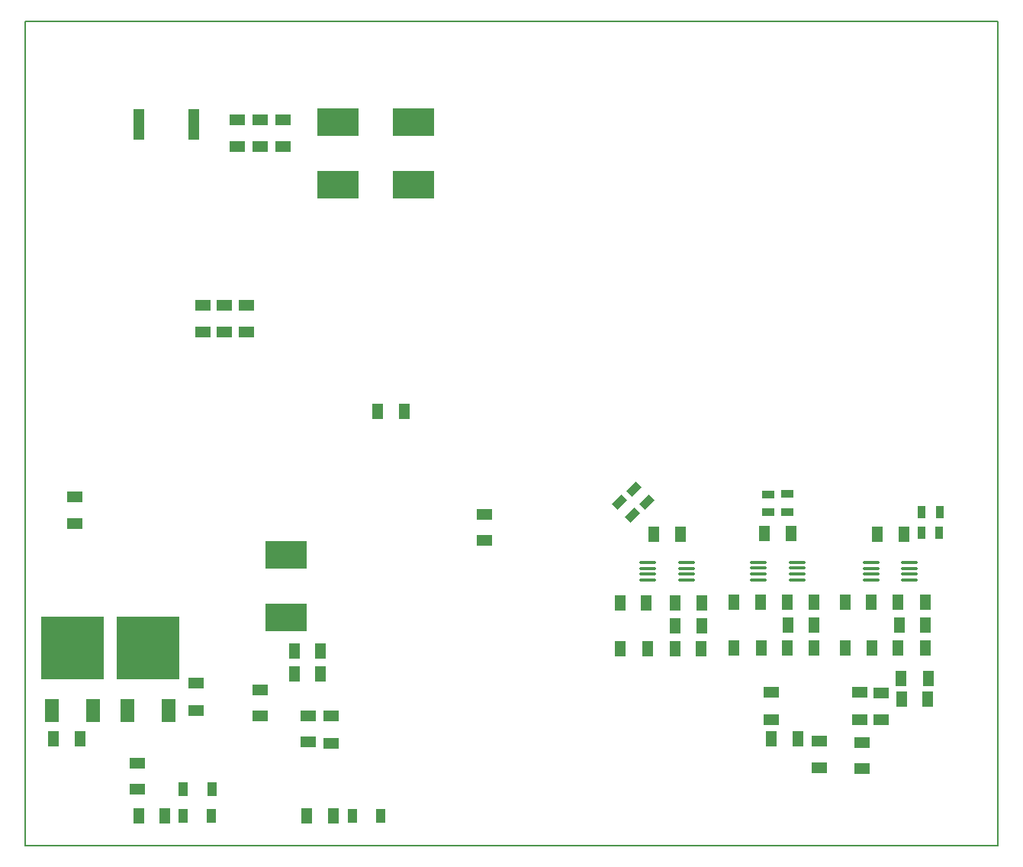
<source format=gbr>
G04 PROTEUS RS274X GERBER FILE*
%FSLAX45Y45*%
%MOMM*%
G01*
%ADD26R,1.143000X1.803400*%
%ADD43R,6.985000X6.985000*%
%ADD44R,1.524000X2.540000*%
%ADD21R,1.803400X1.143000*%
%AMPPAD039*
4,1,36,
0.901700,-0.025400,
0.901700,0.025400,
0.898160,0.061750,
0.887980,0.095370,
0.871810,0.125600,
0.850300,0.151800,
0.824110,0.173310,
0.793870,0.189480,
0.760250,0.199660,
0.723900,0.203200,
-0.723900,0.203200,
-0.760250,0.199660,
-0.793870,0.189480,
-0.824110,0.173310,
-0.850300,0.151800,
-0.871810,0.125600,
-0.887980,0.095370,
-0.898160,0.061750,
-0.901700,0.025400,
-0.901700,-0.025400,
-0.898160,-0.061750,
-0.887980,-0.095370,
-0.871810,-0.125600,
-0.850300,-0.151800,
-0.824110,-0.173310,
-0.793870,-0.189480,
-0.760250,-0.199660,
-0.723900,-0.203200,
0.723900,-0.203200,
0.760250,-0.199660,
0.793870,-0.189480,
0.824110,-0.173310,
0.850300,-0.151800,
0.871810,-0.125600,
0.887980,-0.095370,
0.898160,-0.061750,
0.901700,-0.025400,
0*%
%ADD45PPAD039*%
%ADD40R,1.016000X1.524000*%
%ADD46R,4.572000X3.048000*%
%AMPPAD041*
4,1,4,
-0.179610,-0.844140,
-0.844140,-0.179610,
0.179610,0.844140,
0.844140,0.179610,
-0.179610,-0.844140,
0*%
%ADD47PPAD041*%
%ADD35R,1.447800X0.939800*%
%ADD48R,0.939800X1.447800*%
%ADD49R,1.244600X3.403600*%
%ADD41C,0.203200*%
D26*
X+3124200Y-1600200D03*
X+2834200Y-1600200D03*
D43*
X-553200Y-4224020D03*
D44*
X-324600Y-4914900D03*
X-781800Y-4914900D03*
D43*
X+285000Y-4224020D03*
D44*
X+513600Y-4914900D03*
X+56400Y-4914900D03*
D21*
X+1275080Y+1337438D03*
X+1275080Y+1637438D03*
X+1783080Y+1337438D03*
X+1783080Y+1637438D03*
X+1529080Y+1337438D03*
X+1529080Y+1637438D03*
X+1371600Y-719100D03*
X+1371600Y-419100D03*
X+889000Y-719100D03*
X+889000Y-419100D03*
X+1130300Y-719100D03*
X+1130300Y-419100D03*
D26*
X-469100Y-5232400D03*
X-769100Y-5232400D03*
D21*
X+818400Y-4914900D03*
X+818400Y-4614900D03*
X+4012270Y-3028830D03*
X+4012270Y-2738830D03*
D45*
X+6259000Y-3273402D03*
X+6259000Y-3338402D03*
X+6259000Y-3403402D03*
X+6259000Y-3468402D03*
X+5829000Y-3468402D03*
X+5829000Y-3403402D03*
X+5829000Y-3338402D03*
X+5829000Y-3273402D03*
X+7486107Y-3273033D03*
X+7486107Y-3338033D03*
X+7486107Y-3403033D03*
X+7486107Y-3468033D03*
X+7056107Y-3468033D03*
X+7056107Y-3403033D03*
X+7056107Y-3338033D03*
X+7056107Y-3273033D03*
X+8735869Y-3274533D03*
X+8735869Y-3339533D03*
X+8735869Y-3404533D03*
X+8735869Y-3469533D03*
X+8305869Y-3469533D03*
X+8305869Y-3404533D03*
X+8305869Y-3339533D03*
X+8305869Y-3274533D03*
D26*
X+6195500Y-2957402D03*
X+5895500Y-2957402D03*
X+7422607Y-2957033D03*
X+7122607Y-2957033D03*
X+8672369Y-2958533D03*
X+8372369Y-2958533D03*
X+6432000Y-3719402D03*
X+6132000Y-3719402D03*
X+7676607Y-3719033D03*
X+7376607Y-3719033D03*
X+8908869Y-3719033D03*
X+8608869Y-3719033D03*
X+6432000Y-3973402D03*
X+6132000Y-3973402D03*
X+5824500Y-4227402D03*
X+5524500Y-4227402D03*
X+5524500Y-3719402D03*
X+5814500Y-3719402D03*
X+6422000Y-4227402D03*
X+6132000Y-4227402D03*
X+6787607Y-3719033D03*
X+7077607Y-3719033D03*
X+7676607Y-3973033D03*
X+7386607Y-3973033D03*
X+8019869Y-3719033D03*
X+8309869Y-3719033D03*
X+8908869Y-3973033D03*
X+8618869Y-3973033D03*
X+7087607Y-4227033D03*
X+6787607Y-4227033D03*
X+7676607Y-4227033D03*
X+7376607Y-4227033D03*
X+8319869Y-4227033D03*
X+8019869Y-4227033D03*
X+8908869Y-4227033D03*
X+8608869Y-4227033D03*
D21*
X+7200900Y-4716500D03*
X+7200900Y-5016500D03*
X+8178800Y-4715376D03*
X+8178800Y-5015376D03*
X+2311400Y-4978400D03*
X+2311400Y-5278400D03*
X-533400Y-2844800D03*
X-533400Y-2544800D03*
D40*
X+673100Y-6083300D03*
X+988060Y-6083300D03*
D21*
X+8204200Y-5272600D03*
X+8204200Y-5562600D03*
D26*
X+7203000Y-5232400D03*
X+7493000Y-5232400D03*
D21*
X+7731100Y-5259900D03*
X+7731100Y-5549900D03*
D26*
X+8643416Y-4793216D03*
X+8933416Y-4793216D03*
X+467800Y-6083300D03*
X+177800Y-6083300D03*
X+1905000Y-4508500D03*
X+2195000Y-4508500D03*
X+1905000Y-4254500D03*
X+2195000Y-4254500D03*
D21*
X+2057400Y-5268400D03*
X+2057400Y-4978400D03*
X+1524000Y-4686300D03*
X+1524000Y-4976300D03*
D46*
X+1816100Y-3187700D03*
X+1816100Y-3887700D03*
D47*
X+5660311Y-2750411D03*
X+5518890Y-2608990D03*
X+5816600Y-2603500D03*
X+5675178Y-2462078D03*
D35*
X+7162800Y-2717800D03*
X+7162800Y-2517800D03*
X+7378700Y-2714600D03*
X+7378700Y-2514600D03*
D48*
X+8867800Y-2717800D03*
X+9067800Y-2717800D03*
X+8864600Y-2946400D03*
X+9064600Y-2946400D03*
D40*
X+2552700Y-6083300D03*
X+2867660Y-6083300D03*
D26*
X+2336800Y-6083300D03*
X+2046800Y-6083300D03*
D40*
X+675640Y-5791200D03*
X+990600Y-5791200D03*
D21*
X+165100Y-5791200D03*
X+165100Y-5501200D03*
D49*
X+177800Y+1587500D03*
X+787800Y+1587500D03*
D26*
X+8940800Y-4559300D03*
X+8640800Y-4559300D03*
D21*
X+8420100Y-4726500D03*
X+8420100Y-5016500D03*
D46*
X+3225800Y+914400D03*
X+3225800Y+1614400D03*
X+2387600Y+912900D03*
X+2387600Y+1612900D03*
D41*
X-1079500Y-6413500D02*
X+9715500Y-6413500D01*
X+9715500Y+2730500D01*
X-1079500Y+2730500D01*
X-1079500Y-6413500D01*
M02*

</source>
